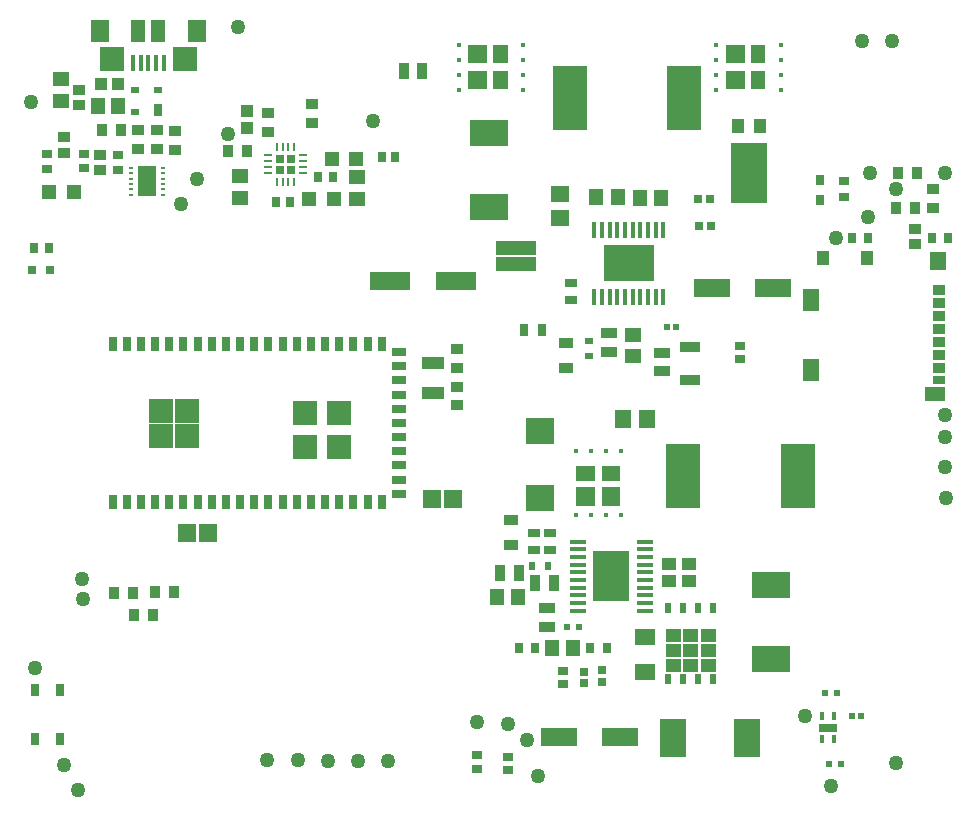
<source format=gtp>
G04*
G04 #@! TF.GenerationSoftware,Altium Limited,Altium Designer,21.6.1 (37)*
G04*
G04 Layer_Color=8421504*
%FSLAX25Y25*%
%MOIN*%
G70*
G04*
G04 #@! TF.SameCoordinates,18CB3FBA-EE43-4B35-A7A6-DE1691C197D8*
G04*
G04*
G04 #@! TF.FilePolarity,Positive*
G04*
G01*
G75*
%ADD17R,0.02756X0.02756*%
%ADD18R,0.02756X0.02756*%
%ADD19R,0.12520X0.08584*%
%ADD20R,0.06300X0.02800*%
%ADD21R,0.01200X0.02600*%
%ADD22R,0.02756X0.04724*%
%ADD23R,0.04724X0.02756*%
%ADD24R,0.07874X0.07874*%
%ADD25O,0.03150X0.00906*%
%ADD26O,0.00906X0.03150*%
%ADD27R,0.02953X0.03347*%
%ADD28R,0.03150X0.03740*%
%ADD29R,0.03347X0.02756*%
%ADD30R,0.02756X0.03543*%
%ADD31R,0.03937X0.03150*%
%ADD32R,0.03150X0.02362*%
%ADD33R,0.03937X0.03543*%
%ADD34R,0.02559X0.04134*%
%ADD35R,0.03900X0.04500*%
%ADD36R,0.12200X0.20500*%
%ADD37R,0.01900X0.03800*%
%ADD38C,0.05000*%
%ADD39R,0.02756X0.02362*%
%ADD40R,0.02756X0.03937*%
%ADD41R,0.01400X0.05600*%
%ADD42R,0.17100X0.12400*%
%ADD43R,0.05315X0.07480*%
%ADD44R,0.03937X0.04724*%
%ADD45R,0.05315X0.06102*%
%ADD46R,0.04331X0.03347*%
%ADD47R,0.04331X0.02953*%
%ADD48R,0.07087X0.04606*%
%ADD49R,0.11400X0.21300*%
%ADD50R,0.04724X0.07480*%
%ADD51R,0.06299X0.07480*%
%ADD52R,0.08268X0.07874*%
%ADD53R,0.01575X0.05315*%
%ADD54R,0.01968X0.02362*%
%ADD55R,0.04724X0.03543*%
%ADD56R,0.03150X0.03543*%
%ADD57R,0.02288X0.01860*%
%ADD58R,0.03197X0.02593*%
%ADD59R,0.13410X0.04548*%
%ADD60R,0.03150X0.03150*%
%ADD61R,0.04724X0.04724*%
%ADD62R,0.07119X0.05337*%
%ADD63R,0.02047X0.02047*%
%ADD64R,0.04941X0.05733*%
%ADD65R,0.05924X0.06127*%
%ADD66R,0.01693X0.01772*%
%ADD67R,0.01575X0.00984*%
%ADD68R,0.06299X0.09843*%
%ADD69R,0.12000X0.06300*%
%ADD70R,0.03937X0.03740*%
%ADD71R,0.03937X0.04134*%
%ADD72R,0.04921X0.04331*%
%ADD73R,0.03937X0.04331*%
%ADD74R,0.06693X0.03740*%
%ADD75R,0.05709X0.04528*%
%ADD76R,0.06102X0.05315*%
%ADD77R,0.03740X0.05315*%
%ADD78R,0.05315X0.03740*%
%ADD79R,0.04528X0.05709*%
%ADD80R,0.02835X0.02835*%
%ADD81R,0.09800X0.08900*%
%ADD82R,0.13780X0.06299*%
%ADD83R,0.07480X0.04331*%
%ADD84R,0.03543X0.03937*%
%ADD85R,0.05315X0.06102*%
%ADD86R,0.02835X0.02835*%
%ADD87R,0.08584X0.12520*%
%ADD88R,0.03740X0.03150*%
%ADD89R,0.02756X0.03347*%
%ADD90R,0.02362X0.03150*%
%ADD91R,0.02593X0.03197*%
%ADD92R,0.01772X0.01693*%
%ADD93R,0.05600X0.01400*%
%ADD94R,0.12400X0.17100*%
%ADD95R,0.03150X0.03937*%
G36*
X249694Y257590D02*
X244832D01*
Y263770D01*
X249694D01*
Y257590D01*
D02*
G37*
G36*
X242863D02*
X236623D01*
Y263770D01*
X242863D01*
Y257590D01*
D02*
G37*
G36*
X163724D02*
X158862D01*
Y263770D01*
X163724D01*
Y257590D01*
D02*
G37*
G36*
X156893D02*
X150653D01*
Y263770D01*
X156893D01*
Y257590D01*
D02*
G37*
G36*
X249694Y248970D02*
X244832D01*
Y255150D01*
X249694D01*
Y248970D01*
D02*
G37*
G36*
X242863D02*
X236623D01*
Y255150D01*
X242863D01*
Y248970D01*
D02*
G37*
G36*
X163724D02*
X158862D01*
Y255150D01*
X163724D01*
Y248970D01*
D02*
G37*
G36*
X156893D02*
X150653D01*
Y255150D01*
X156893D01*
Y248970D01*
D02*
G37*
G36*
X201374Y118409D02*
X195194D01*
Y123271D01*
X201374D01*
Y118409D01*
D02*
G37*
G36*
X192754D02*
X186574D01*
Y123271D01*
X192754D01*
Y118409D01*
D02*
G37*
G36*
X201374Y110200D02*
X195194D01*
Y116440D01*
X201374D01*
Y110200D01*
D02*
G37*
G36*
X192754D02*
X186574D01*
Y116440D01*
X192754D01*
Y110200D01*
D02*
G37*
G36*
X233064Y64860D02*
X228085D01*
Y69073D01*
X233064D01*
Y64860D01*
D02*
G37*
G36*
X227297D02*
X222318D01*
Y69073D01*
X227297D01*
Y64860D01*
D02*
G37*
G36*
X221531D02*
X216551D01*
Y69073D01*
X221531D01*
Y64860D01*
D02*
G37*
G36*
X233064Y59860D02*
X228085D01*
Y64073D01*
X233064D01*
Y59860D01*
D02*
G37*
G36*
X227297D02*
X222318D01*
Y64073D01*
X227297D01*
Y59860D01*
D02*
G37*
G36*
X221531D02*
X216551D01*
Y64073D01*
X221531D01*
Y59860D01*
D02*
G37*
G36*
X233064Y54860D02*
X228085D01*
Y59073D01*
X233064D01*
Y54860D01*
D02*
G37*
G36*
X227297D02*
X222318D01*
Y59073D01*
X227297D01*
Y54860D01*
D02*
G37*
G36*
X221531D02*
X216551D01*
Y59073D01*
X221531D01*
Y54860D01*
D02*
G37*
D17*
X87928Y225772D02*
D03*
X91472Y222228D02*
D03*
D18*
X87928Y222228D02*
D03*
X91472Y225772D02*
D03*
D19*
X157653Y234362D02*
D03*
Y209738D02*
D03*
X251519Y83664D02*
D03*
Y59040D02*
D03*
D20*
X270418Y36106D02*
D03*
D21*
X272386Y32256D02*
D03*
X268449D02*
D03*
Y39956D02*
D03*
X272386D02*
D03*
D22*
X32065Y111417D02*
D03*
X36789D02*
D03*
X41514D02*
D03*
X46238D02*
D03*
X50963D02*
D03*
X55687D02*
D03*
X60411D02*
D03*
X65136D02*
D03*
X69860D02*
D03*
X74585D02*
D03*
X79309D02*
D03*
X84034D02*
D03*
X88758D02*
D03*
X93482D02*
D03*
X98207D02*
D03*
X102931D02*
D03*
X107656D02*
D03*
X112380D02*
D03*
X117104D02*
D03*
X121829D02*
D03*
Y164173D02*
D03*
X117104D02*
D03*
X112380D02*
D03*
X107656D02*
D03*
X98207D02*
D03*
X93482D02*
D03*
X88758D02*
D03*
X84034D02*
D03*
X79309D02*
D03*
X74585D02*
D03*
X69860D02*
D03*
X65136D02*
D03*
X60411D02*
D03*
X55687D02*
D03*
X50963D02*
D03*
X46238D02*
D03*
X41514D02*
D03*
X36789D02*
D03*
X32065D02*
D03*
X102931D02*
D03*
D23*
X127502Y114157D02*
D03*
Y123606D02*
D03*
Y128331D02*
D03*
Y133055D02*
D03*
Y137779D02*
D03*
Y142504D02*
D03*
Y147228D02*
D03*
Y151953D02*
D03*
Y156677D02*
D03*
Y161402D02*
D03*
Y118882D02*
D03*
D24*
X107600Y129585D02*
D03*
X96360D02*
D03*
X107600Y141097D02*
D03*
X96360D02*
D03*
X56840Y133317D02*
D03*
X48108D02*
D03*
X56840Y141908D02*
D03*
X48108D02*
D03*
D25*
X83893Y226953D02*
D03*
Y224984D02*
D03*
Y223016D02*
D03*
Y221047D02*
D03*
X95507D02*
D03*
Y223016D02*
D03*
Y224984D02*
D03*
Y226953D02*
D03*
D26*
X86747Y218193D02*
D03*
X88716D02*
D03*
X90684D02*
D03*
X92653D02*
D03*
Y229807D02*
D03*
X90684D02*
D03*
X88716D02*
D03*
X86747D02*
D03*
D27*
X283785Y199555D02*
D03*
X278667D02*
D03*
X310488D02*
D03*
X305369D02*
D03*
D28*
X86434Y211438D02*
D03*
X91355D02*
D03*
X10961Y196100D02*
D03*
X6039D02*
D03*
X100533Y219638D02*
D03*
X105455D02*
D03*
D29*
X164018Y26500D02*
D03*
Y21972D02*
D03*
X22500Y222740D02*
D03*
Y227268D02*
D03*
X182200Y55185D02*
D03*
Y50657D02*
D03*
X241297Y159054D02*
D03*
Y163581D02*
D03*
X153600Y26974D02*
D03*
Y22446D02*
D03*
D30*
X196726Y62910D02*
D03*
X191214D02*
D03*
D31*
X184994Y178595D02*
D03*
Y184500D02*
D03*
X177718Y101194D02*
D03*
Y95288D02*
D03*
X172602Y95288D02*
D03*
Y101194D02*
D03*
D32*
X190942Y165107D02*
D03*
Y159989D02*
D03*
D33*
X83893Y234864D02*
D03*
Y241163D02*
D03*
X146933Y155953D02*
D03*
Y162253D02*
D03*
X53000Y235150D02*
D03*
Y228850D02*
D03*
X146933Y149909D02*
D03*
Y143610D02*
D03*
X40402Y235319D02*
D03*
Y229020D02*
D03*
X46902Y235319D02*
D03*
Y229020D02*
D03*
X305667Y209305D02*
D03*
Y215604D02*
D03*
X98547Y237817D02*
D03*
Y244116D02*
D03*
D34*
X6168Y32531D02*
D03*
Y48869D02*
D03*
X14632D02*
D03*
Y32531D02*
D03*
D35*
X240501Y236680D02*
D03*
X247745D02*
D03*
D36*
X244123Y220980D02*
D03*
D37*
X232308Y76166D02*
D03*
Y52566D02*
D03*
X227308D02*
D03*
X222308D02*
D03*
X217308D02*
D03*
Y76166D02*
D03*
X222308D02*
D03*
X227308D02*
D03*
D38*
X113783Y24969D02*
D03*
X4800Y244900D02*
D03*
X60098Y219228D02*
D03*
X73905Y269700D02*
D03*
X54882Y210773D02*
D03*
X70431Y234047D02*
D03*
X273376Y199555D02*
D03*
X283785Y206531D02*
D03*
X309411Y140394D02*
D03*
X284444Y221101D02*
D03*
X293179Y215604D02*
D03*
X309570Y221101D02*
D03*
X15800Y23600D02*
D03*
X20600Y15400D02*
D03*
X21900Y85796D02*
D03*
X22100Y79100D02*
D03*
X6168Y56200D02*
D03*
X271563Y16622D02*
D03*
X262737Y39956D02*
D03*
X291856Y265150D02*
D03*
X123783Y24969D02*
D03*
X309548Y133000D02*
D03*
X119034Y238318D02*
D03*
X281761Y265150D02*
D03*
X153600Y37921D02*
D03*
X293300Y24400D02*
D03*
X309570Y123000D02*
D03*
X164018Y37549D02*
D03*
X309800Y112893D02*
D03*
X170052Y31991D02*
D03*
X93883Y25469D02*
D03*
X83583D02*
D03*
X173993Y20057D02*
D03*
X103716Y24969D02*
D03*
D39*
X39449Y241283D02*
D03*
Y248764D02*
D03*
X47323D02*
D03*
D40*
Y242071D02*
D03*
D41*
X192678Y179847D02*
D03*
X195237D02*
D03*
X197796D02*
D03*
X200355D02*
D03*
X202914D02*
D03*
X205473D02*
D03*
X208032D02*
D03*
X210591D02*
D03*
X213150D02*
D03*
X215709D02*
D03*
X215709Y202247D02*
D03*
X213150D02*
D03*
X210591D02*
D03*
X208032D02*
D03*
X205473D02*
D03*
X202914D02*
D03*
X200355D02*
D03*
X197796D02*
D03*
X195237D02*
D03*
X192678D02*
D03*
D42*
X204194Y191047D02*
D03*
D43*
X265019Y155299D02*
D03*
Y178803D02*
D03*
D44*
X283425Y192582D02*
D03*
X268858D02*
D03*
D45*
X307145Y191893D02*
D03*
D46*
X307638Y182208D02*
D03*
Y177878D02*
D03*
Y173547D02*
D03*
Y169216D02*
D03*
Y164886D02*
D03*
Y160555D02*
D03*
Y156224D02*
D03*
D47*
Y152090D02*
D03*
D48*
X306259Y147327D02*
D03*
D49*
X184494Y245947D02*
D03*
X222694D02*
D03*
X260394Y120229D02*
D03*
X222194D02*
D03*
D50*
X47303Y268368D02*
D03*
X40610D02*
D03*
D51*
X60098D02*
D03*
X27815D02*
D03*
D52*
X56161Y259116D02*
D03*
X31752D02*
D03*
D53*
X49075Y257837D02*
D03*
X46516D02*
D03*
X43957D02*
D03*
X41398D02*
D03*
X38839D02*
D03*
D54*
X274839Y24106D02*
D03*
X270902D02*
D03*
X187582Y69860D02*
D03*
X183644D02*
D03*
X273639Y47806D02*
D03*
X269702D02*
D03*
D55*
X183222Y156200D02*
D03*
Y164467D02*
D03*
X165035Y105277D02*
D03*
Y97010D02*
D03*
D56*
X267795Y211923D02*
D03*
Y218616D02*
D03*
D57*
X220000Y169800D02*
D03*
X217000D02*
D03*
D58*
X275876Y218465D02*
D03*
Y213137D02*
D03*
D59*
X166618Y190689D02*
D03*
Y196008D02*
D03*
D60*
X5347Y188800D02*
D03*
X11253D02*
D03*
D61*
X105728Y212338D02*
D03*
X97460D02*
D03*
X113328Y225866D02*
D03*
X105060D02*
D03*
X19134Y214799D02*
D03*
X10866D02*
D03*
D62*
X209492Y66522D02*
D03*
Y54898D02*
D03*
D63*
X278385Y39956D02*
D03*
X281535D02*
D03*
D64*
X33751Y243348D02*
D03*
X27249D02*
D03*
D65*
X138534Y112402D02*
D03*
X145666D02*
D03*
X56845Y101200D02*
D03*
X63977D02*
D03*
D66*
X233355Y248870D02*
D03*
Y253870D02*
D03*
Y258870D02*
D03*
Y263870D02*
D03*
X254891D02*
D03*
Y258870D02*
D03*
Y253870D02*
D03*
Y248870D02*
D03*
X147385D02*
D03*
Y253870D02*
D03*
Y258870D02*
D03*
Y263870D02*
D03*
X168921D02*
D03*
Y258870D02*
D03*
Y253870D02*
D03*
Y248870D02*
D03*
D67*
X38169Y222772D02*
D03*
Y221000D02*
D03*
Y219228D02*
D03*
Y217457D02*
D03*
Y215685D02*
D03*
Y213913D02*
D03*
X48799D02*
D03*
Y215685D02*
D03*
Y217457D02*
D03*
Y219228D02*
D03*
Y221000D02*
D03*
Y222772D02*
D03*
D68*
X43484Y218342D02*
D03*
D69*
X252050Y182900D02*
D03*
X231750D02*
D03*
X201292Y33223D02*
D03*
X180992D02*
D03*
D70*
X299478Y197404D02*
D03*
Y202522D02*
D03*
X16000Y227882D02*
D03*
Y233000D02*
D03*
X20752Y248756D02*
D03*
Y243638D02*
D03*
X27815Y227228D02*
D03*
Y222110D02*
D03*
D71*
X76730Y235992D02*
D03*
Y241897D02*
D03*
D72*
X224339Y85110D02*
D03*
X217646D02*
D03*
X224139Y90810D02*
D03*
X217446D02*
D03*
D73*
X28146Y250713D02*
D03*
X33854D02*
D03*
D74*
X224657Y163117D02*
D03*
Y152093D02*
D03*
D75*
X205500Y167223D02*
D03*
Y160137D02*
D03*
X74585Y219972D02*
D03*
Y212885D02*
D03*
X15000Y245213D02*
D03*
Y252299D02*
D03*
X113494Y212551D02*
D03*
Y219638D02*
D03*
D76*
X181308Y213984D02*
D03*
Y206110D02*
D03*
D77*
X172843Y84310D02*
D03*
X179142D02*
D03*
X129050Y255037D02*
D03*
X135350D02*
D03*
X161343Y87710D02*
D03*
X167642D02*
D03*
D78*
X197700Y167617D02*
D03*
Y161318D02*
D03*
X215109Y154920D02*
D03*
Y161219D02*
D03*
X176992Y69860D02*
D03*
Y76159D02*
D03*
D79*
X207833Y212900D02*
D03*
X214920D02*
D03*
X160149Y79710D02*
D03*
X167236D02*
D03*
X178449Y62910D02*
D03*
X185536D02*
D03*
X200437Y212947D02*
D03*
X193350D02*
D03*
D80*
X231569Y203500D02*
D03*
X227631D02*
D03*
X231169Y212500D02*
D03*
X227232D02*
D03*
D81*
X174592Y135093D02*
D03*
Y112893D02*
D03*
D82*
X124434Y185166D02*
D03*
X146481D02*
D03*
D83*
X139000Y157725D02*
D03*
Y147883D02*
D03*
D84*
X34902Y235319D02*
D03*
X28602D02*
D03*
X45650Y73600D02*
D03*
X39350D02*
D03*
X300278Y221069D02*
D03*
X293979D02*
D03*
X293179Y209354D02*
D03*
X299478D02*
D03*
X46150Y81400D02*
D03*
X52450D02*
D03*
X32650Y81200D02*
D03*
X38950D02*
D03*
X76730Y228270D02*
D03*
X70431D02*
D03*
D85*
X210215Y139157D02*
D03*
X202341D02*
D03*
D86*
X189238Y54889D02*
D03*
Y50952D02*
D03*
X195300Y55269D02*
D03*
Y51332D02*
D03*
D87*
X218853Y32756D02*
D03*
X243477D02*
D03*
D88*
X10098Y222543D02*
D03*
Y227465D02*
D03*
X33854Y222209D02*
D03*
Y227130D02*
D03*
D89*
X126356Y226264D02*
D03*
X121829D02*
D03*
D90*
X172033Y90095D02*
D03*
X177152D02*
D03*
D91*
X172848Y62910D02*
D03*
X167520D02*
D03*
D92*
X201474Y128468D02*
D03*
X196474D02*
D03*
X191474D02*
D03*
X186474D02*
D03*
Y106932D02*
D03*
X191474D02*
D03*
X196474D02*
D03*
X201474D02*
D03*
D93*
X187092Y98241D02*
D03*
Y95682D02*
D03*
Y93123D02*
D03*
Y90564D02*
D03*
Y88005D02*
D03*
Y85446D02*
D03*
Y82887D02*
D03*
Y80328D02*
D03*
Y77769D02*
D03*
Y75210D02*
D03*
X209492Y75210D02*
D03*
Y77769D02*
D03*
Y80328D02*
D03*
Y82887D02*
D03*
Y88005D02*
D03*
Y90564D02*
D03*
Y93123D02*
D03*
Y98241D02*
D03*
Y85446D02*
D03*
Y95682D02*
D03*
D94*
X198293Y86725D02*
D03*
D95*
X169374Y168750D02*
D03*
X175279D02*
D03*
M02*

</source>
